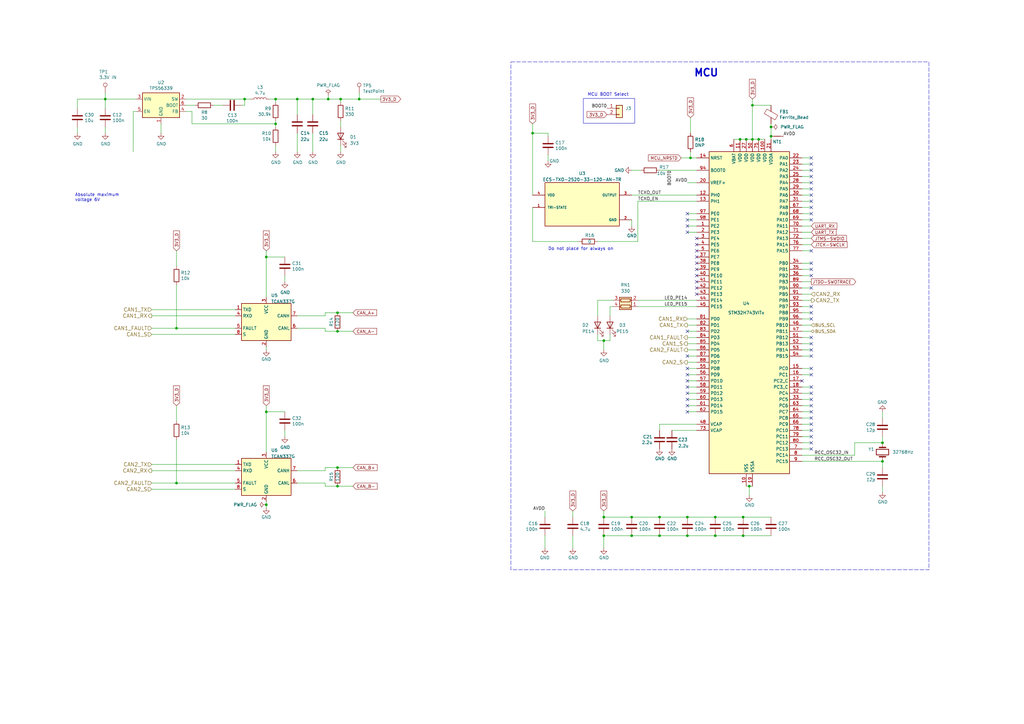
<source format=kicad_sch>
(kicad_sch (version 20231120) (generator "eeschema") (generator_version "8.0")
  (paper "A3")
  (junction (at 121.92 40.64))
  (junction (at 283.21 64.77))
  (junction (at 247.65 139.7))
  (junction (at 293.37 219.71))
  (junction (at 113.03 40.64))
  (junction (at 308.61 43.18))
  (junction (at 109.22 105.41))
  (junction (at 303.53 57.15))
  (junction (at 109.22 168.91))
  (junction (at 361.95 181.61))
  (junction (at 139.7 40.64))
  (junction (at 308.61 57.15))
  (junction (at 259.08 212.09))
  (junction (at 270.51 212.09))
  (junction (at 307.34 199.39))
  (junction (at 270.51 219.71))
  (junction (at 259.08 219.71))
  (junction (at 316.23 52.07))
  (junction (at 311.15 57.15))
  (junction (at 304.8 212.09))
  (junction (at 109.22 207.01))
  (junction (at 316.23 55.88))
  (junction (at 100.33 40.64))
  (junction (at 134.62 40.64))
  (junction (at 128.27 40.64))
  (junction (at 218.44 54.61))
  (junction (at 281.94 219.71))
  (junction (at 247.65 219.71))
  (junction (at 138.43 135.89))
  (junction (at 113.03 50.8))
  (junction (at 138.43 128.27))
  (junction (at 304.8 219.71))
  (junction (at 72.39 134.62))
  (junction (at 138.43 191.77))
  (junction (at 147.32 40.64))
  (junction (at 43.18 40.64))
  (junction (at 247.65 212.09))
  (junction (at 306.07 57.15))
  (junction (at 281.94 212.09))
  (junction (at 293.37 212.09))
  (junction (at 72.39 198.12))
  (junction (at 361.95 189.23))
  (junction (at 138.43 199.39))
  (no_connect (at 332.74 118.11))
  (no_connect (at 332.74 151.13))
  (no_connect (at 281.94 146.05))
  (no_connect (at 281.94 95.25))
  (no_connect (at 285.75 115.57))
  (no_connect (at 281.94 168.91))
  (no_connect (at 332.74 107.95))
  (no_connect (at 281.94 153.67))
  (no_connect (at 332.74 143.51))
  (no_connect (at 285.75 120.65))
  (no_connect (at 332.74 90.17))
  (no_connect (at 285.75 100.33))
  (no_connect (at 332.74 171.45))
  (no_connect (at 332.74 166.37))
  (no_connect (at 281.94 87.63))
  (no_connect (at 281.94 166.37))
  (no_connect (at 332.74 102.87))
  (no_connect (at 285.75 118.11))
  (no_connect (at 285.75 107.95))
  (no_connect (at 281.94 163.83))
  (no_connect (at 332.74 128.27))
  (no_connect (at 332.74 153.67))
  (no_connect (at 332.74 163.83))
  (no_connect (at 285.75 105.41))
  (no_connect (at 281.94 161.29))
  (no_connect (at 285.75 113.03))
  (no_connect (at 332.74 179.07))
  (no_connect (at 332.74 87.63))
  (no_connect (at 332.74 64.77))
  (no_connect (at 285.75 110.49))
  (no_connect (at 332.74 138.43))
  (no_connect (at 328.93 156.21))
  (no_connect (at 332.74 110.49))
  (no_connect (at 281.94 135.89))
  (no_connect (at 332.74 85.09))
  (no_connect (at 332.74 158.75))
  (no_connect (at 332.74 77.47))
  (no_connect (at 332.74 125.73))
  (no_connect (at 332.74 173.99))
  (no_connect (at 332.74 181.61))
  (no_connect (at 285.75 102.87))
  (no_connect (at 332.74 140.97))
  (no_connect (at 281.94 156.21))
  (no_connect (at 332.74 72.39))
  (no_connect (at 332.74 184.15))
  (no_connect (at 332.74 67.31))
  (no_connect (at 281.94 92.71))
  (no_connect (at 332.74 80.01))
  (no_connect (at 332.74 69.85))
  (no_connect (at 332.74 130.81))
  (no_connect (at 332.74 82.55))
  (no_connect (at 332.74 113.03))
  (no_connect (at 332.74 161.29))
  (no_connect (at 285.75 97.79))
  (no_connect (at 332.74 74.93))
  (no_connect (at 281.94 151.13))
  (no_connect (at 332.74 168.91))
  (no_connect (at 281.94 158.75))
  (no_connect (at 332.74 176.53))
  (no_connect (at 281.94 90.17))
  (no_connect (at 332.74 146.05))
  (wire (pts (xy 54.61 45.72) (xy 54.61 62.23)))
  (wire (pts (xy 72.39 109.22) (xy 72.39 102.87)))
  (wire (pts (xy 116.84 113.03) (xy 116.84 115.57)))
  (wire (pts (xy 116.84 105.41) (xy 109.22 105.41)))
  (wire (pts (xy 224.79 54.61) (xy 218.44 54.61)))
  (wire (pts (xy 281.94 87.63) (xy 285.75 87.63)))
  (wire (pts (xy 133.35 199.39) (xy 138.43 199.39)))
  (wire (pts (xy 76.2 43.18) (xy 80.01 43.18)))
  (wire (pts (xy 133.35 193.04) (xy 121.92 193.04)))
  (wire (pts (xy 281.94 168.91) (xy 285.75 168.91)))
  (wire (pts (xy 224.79 66.04) (xy 224.79 63.5)))
  (wire (pts (xy 133.35 135.89) (xy 138.43 135.89)))
  (wire (pts (xy 245.11 123.19) (xy 251.46 123.19)))
  (wire (pts (xy 332.74 100.33) (xy 328.93 100.33)))
  (wire (pts (xy 43.18 52.07) (xy 43.18 54.61)))
  (wire (pts (xy 332.74 113.03) (xy 328.93 113.03)))
  (wire (pts (xy 361.95 168.91) (xy 361.95 171.45)))
  (wire (pts (xy 261.62 82.55) (xy 285.75 82.55)))
  (wire (pts (xy 270.51 219.71) (xy 259.08 219.71)))
  (wire (pts (xy 218.44 50.8) (xy 218.44 54.61)))
  (wire (pts (xy 328.93 186.69) (xy 350.52 186.69)))
  (wire (pts (xy 250.19 139.7) (xy 250.19 137.16)))
  (wire (pts (xy 283.21 54.61) (xy 283.21 48.26)))
  (wire (pts (xy 281.94 74.93) (xy 285.75 74.93)))
  (wire (pts (xy 332.74 161.29) (xy 328.93 161.29)))
  (wire (pts (xy 121.92 54.61) (xy 121.92 62.23)))
  (wire (pts (xy 285.75 140.97) (xy 281.94 140.97)))
  (wire (pts (xy 328.93 133.35) (xy 332.74 133.35)))
  (wire (pts (xy 332.74 168.91) (xy 328.93 168.91)))
  (wire (pts (xy 350.52 186.69) (xy 350.52 181.61)))
  (wire (pts (xy 332.74 118.11) (xy 328.93 118.11)))
  (wire (pts (xy 259.08 212.09) (xy 270.51 212.09)))
  (wire (pts (xy 285.75 146.05) (xy 281.94 146.05)))
  (wire (pts (xy 62.23 129.54) (xy 96.52 129.54)))
  (wire (pts (xy 144.78 135.89) (xy 138.43 135.89)))
  (wire (pts (xy 285.75 173.99) (xy 270.51 173.99)))
  (wire (pts (xy 128.27 40.64) (xy 134.62 40.64)))
  (wire (pts (xy 332.74 120.65) (xy 328.93 120.65)))
  (wire (pts (xy 147.32 40.64) (xy 156.21 40.64)))
  (wire (pts (xy 113.03 40.64) (xy 121.92 40.64)))
  (wire (pts (xy 31.75 40.64) (xy 43.18 40.64)))
  (wire (pts (xy 139.7 40.64) (xy 147.32 40.64)))
  (wire (pts (xy 261.62 125.73) (xy 285.75 125.73)))
  (wire (pts (xy 144.78 128.27) (xy 138.43 128.27)))
  (wire (pts (xy 100.33 40.64) (xy 102.87 40.64)))
  (wire (pts (xy 308.61 57.15) (xy 311.15 57.15)))
  (wire (pts (xy 128.27 46.99) (xy 128.27 40.64)))
  (wire (pts (xy 281.94 212.09) (xy 293.37 212.09)))
  (wire (pts (xy 247.65 209.55) (xy 247.65 212.09)))
  (wire (pts (xy 308.61 40.64) (xy 308.61 43.18)))
  (wire (pts (xy 109.22 105.41) (xy 109.22 121.92)))
  (wire (pts (xy 332.74 69.85) (xy 328.93 69.85)))
  (wire (pts (xy 134.62 40.64) (xy 139.7 40.64)))
  (wire (pts (xy 43.18 38.1) (xy 43.18 40.64)))
  (wire (pts (xy 116.84 168.91) (xy 109.22 168.91)))
  (wire (pts (xy 259.08 80.01) (xy 285.75 80.01)))
  (wire (pts (xy 293.37 219.71) (xy 281.94 219.71)))
  (wire (pts (xy 332.74 90.17) (xy 328.93 90.17)))
  (wire (pts (xy 262.89 69.85) (xy 259.08 69.85)))
  (wire (pts (xy 72.39 198.12) (xy 72.39 180.34)))
  (wire (pts (xy 133.35 128.27) (xy 133.35 129.54)))
  (wire (pts (xy 303.53 57.15) (xy 306.07 57.15)))
  (wire (pts (xy 281.94 161.29) (xy 285.75 161.29)))
  (wire (pts (xy 281.94 151.13) (xy 285.75 151.13)))
  (wire (pts (xy 281.94 90.17) (xy 285.75 90.17)))
  (wire (pts (xy 306.07 199.39) (xy 307.34 199.39)))
  (wire (pts (xy 128.27 54.61) (xy 128.27 62.23)))
  (wire (pts (xy 328.93 85.09) (xy 332.74 85.09)))
  (wire (pts (xy 328.93 74.93) (xy 332.74 74.93)))
  (wire (pts (xy 250.19 129.54) (xy 250.19 125.73)))
  (wire (pts (xy 332.74 143.51) (xy 328.93 143.51)))
  (wire (pts (xy 304.8 219.71) (xy 293.37 219.71)))
  (wire (pts (xy 281.94 130.81) (xy 285.75 130.81)))
  (wire (pts (xy 285.75 148.59) (xy 281.94 148.59)))
  (wire (pts (xy 332.74 138.43) (xy 328.93 138.43)))
  (wire (pts (xy 133.35 199.39) (xy 133.35 198.12)))
  (wire (pts (xy 247.65 139.7) (xy 250.19 139.7)))
  (wire (pts (xy 245.11 139.7) (xy 247.65 139.7)))
  (wire (pts (xy 270.51 212.09) (xy 281.94 212.09)))
  (wire (pts (xy 281.94 143.51) (xy 285.75 143.51)))
  (wire (pts (xy 121.92 40.64) (xy 128.27 40.64)))
  (wire (pts (xy 62.23 200.66) (xy 96.52 200.66)))
  (wire (pts (xy 139.7 49.53) (xy 139.7 52.07)))
  (wire (pts (xy 332.74 72.39) (xy 328.93 72.39)))
  (wire (pts (xy 223.52 209.55) (xy 223.52 212.09)))
  (wire (pts (xy 300.99 57.15) (xy 303.53 57.15)))
  (wire (pts (xy 247.65 219.71) (xy 247.65 224.79)))
  (wire (pts (xy 332.74 153.67) (xy 328.93 153.67)))
  (wire (pts (xy 113.03 41.91) (xy 113.03 40.64)))
  (wire (pts (xy 78.74 45.72) (xy 76.2 45.72)))
  (wire (pts (xy 332.74 95.25) (xy 328.93 95.25)))
  (wire (pts (xy 133.35 135.89) (xy 133.35 134.62)))
  (wire (pts (xy 316.23 52.07) (xy 316.23 55.88)))
  (wire (pts (xy 109.22 166.37) (xy 109.22 168.91)))
  (wire (pts (xy 361.95 199.39) (xy 361.95 201.93)))
  (wire (pts (xy 332.74 184.15) (xy 328.93 184.15)))
  (wire (pts (xy 234.95 209.55) (xy 234.95 212.09)))
  (wire (pts (xy 281.94 166.37) (xy 285.75 166.37)))
  (wire (pts (xy 247.65 212.09) (xy 259.08 212.09)))
  (wire (pts (xy 234.95 219.71) (xy 234.95 224.79)))
  (wire (pts (xy 281.94 156.21) (xy 285.75 156.21)))
  (wire (pts (xy 121.92 198.12) (xy 133.35 198.12)))
  (wire (pts (xy 218.44 85.09) (xy 218.44 99.06)))
  (wire (pts (xy 332.74 125.73) (xy 328.93 125.73)))
  (wire (pts (xy 332.74 171.45) (xy 328.93 171.45)))
  (wire (pts (xy 113.03 59.69) (xy 113.03 62.23)))
  (wire (pts (xy 328.93 82.55) (xy 332.74 82.55)))
  (wire (pts (xy 285.75 133.35) (xy 281.94 133.35)))
  (wire (pts (xy 279.4 64.77) (xy 283.21 64.77)))
  (wire (pts (xy 281.94 138.43) (xy 285.75 138.43)))
  (wire (pts (xy 328.93 176.53) (xy 332.74 176.53)))
  (wire (pts (xy 133.35 129.54) (xy 121.92 129.54)))
  (wire (pts (xy 328.93 92.71) (xy 332.74 92.71)))
  (wire (pts (xy 361.95 179.07) (xy 361.95 181.61)))
  (wire (pts (xy 245.11 99.06) (xy 261.62 99.06)))
  (wire (pts (xy 100.33 40.64) (xy 76.2 40.64)))
  (wire (pts (xy 283.21 64.77) (xy 285.75 64.77)))
  (wire (pts (xy 62.23 134.62) (xy 72.39 134.62)))
  (wire (pts (xy 43.18 40.64) (xy 55.88 40.64)))
  (wire (pts (xy 316.23 55.88) (xy 316.23 57.15)))
  (wire (pts (xy 121.92 46.99) (xy 121.92 40.64)))
  (wire (pts (xy 332.74 181.61) (xy 328.93 181.61)))
  (wire (pts (xy 328.93 123.19) (xy 332.74 123.19)))
  (wire (pts (xy 332.74 64.77) (xy 328.93 64.77)))
  (wire (pts (xy 62.23 193.04) (xy 96.52 193.04)))
  (wire (pts (xy 332.74 163.83) (xy 328.93 163.83)))
  (wire (pts (xy 109.22 205.74) (xy 109.22 207.01)))
  (wire (pts (xy 218.44 99.06) (xy 237.49 99.06)))
  (wire (pts (xy 133.35 191.77) (xy 133.35 193.04)))
  (wire (pts (xy 62.23 198.12) (xy 72.39 198.12)))
  (wire (pts (xy 224.79 54.61) (xy 224.79 55.88)))
  (wire (pts (xy 245.11 139.7) (xy 245.11 137.16)))
  (wire (pts (xy 311.15 57.15) (xy 313.69 57.15)))
  (wire (pts (xy 62.23 127) (xy 96.52 127)))
  (wire (pts (xy 332.74 151.13) (xy 328.93 151.13)))
  (wire (pts (xy 270.51 69.85) (xy 285.75 69.85)))
  (wire (pts (xy 78.74 50.8) (xy 113.03 50.8)))
  (wire (pts (xy 332.74 97.79) (xy 328.93 97.79)))
  (wire (pts (xy 332.74 67.31) (xy 328.93 67.31)))
  (wire (pts (xy 139.7 59.69) (xy 139.7 62.23)))
  (wire (pts (xy 328.93 146.05) (xy 332.74 146.05)))
  (wire (pts (xy 332.74 166.37) (xy 328.93 166.37)))
  (wire (pts (xy 332.74 130.81) (xy 328.93 130.81)))
  (wire (pts (xy 100.33 43.18) (xy 100.33 40.64)))
  (wire (pts (xy 72.39 134.62) (xy 96.52 134.62)))
  (wire (pts (xy 275.59 176.53) (xy 285.75 176.53)))
  (wire (pts (xy 66.04 50.8) (xy 66.04 54.61)))
  (wire (pts (xy 54.61 45.72) (xy 55.88 45.72)))
  (wire (pts (xy 328.93 128.27) (xy 332.74 128.27)))
  (wire (pts (xy 332.74 135.89) (xy 328.93 135.89)))
  (wire (pts (xy 223.52 219.71) (xy 223.52 224.79)))
  (wire (pts (xy 245.11 123.19) (xy 245.11 129.54)))
  (wire (pts (xy 281.94 219.71) (xy 270.51 219.71)))
  (wire (pts (xy 316.23 50.8) (xy 316.23 52.07)))
  (wire (pts (xy 110.49 40.64) (xy 113.03 40.64)))
  (wire (pts (xy 43.18 44.45) (xy 43.18 40.64)))
  (wire (pts (xy 259.08 90.17) (xy 259.08 92.71)))
  (wire (pts (xy 316.23 219.71) (xy 304.8 219.71)))
  (wire (pts (xy 72.39 134.62) (xy 72.39 116.84)))
  (wire (pts (xy 138.43 128.27) (xy 133.35 128.27)))
  (wire (pts (xy 350.52 181.61) (xy 361.95 181.61)))
  (wire (pts (xy 270.51 173.99) (xy 270.51 176.53)))
  (wire (pts (xy 261.62 123.19) (xy 285.75 123.19)))
  (wire (pts (xy 62.23 190.5) (xy 96.52 190.5)))
  (wire (pts (xy 72.39 172.72) (xy 72.39 166.37)))
  (wire (pts (xy 316.23 43.18) (xy 308.61 43.18)))
  (wire (pts (xy 113.03 50.8) (xy 113.03 52.07)))
  (wire (pts (xy 332.74 110.49) (xy 328.93 110.49)))
  (wire (pts (xy 138.43 191.77) (xy 133.35 191.77)))
  (wire (pts (xy 281.94 163.83) (xy 285.75 163.83)))
  (wire (pts (xy 109.22 102.87) (xy 109.22 105.41)))
  (wire (pts (xy 328.93 87.63) (xy 332.74 87.63)))
  (wire (pts (xy 328.93 140.97) (xy 332.74 140.97)))
  (wire (pts (xy 281.94 158.75) (xy 285.75 158.75)))
  (wire (pts (xy 247.65 139.7) (xy 247.65 143.51)))
  (wire (pts (xy 281.94 153.67) (xy 285.75 153.67)))
  (wire (pts (xy 283.21 64.77) (xy 283.21 62.23)))
  (wire (pts (xy 121.92 134.62) (xy 133.35 134.62)))
  (wire (pts (xy 332.74 173.99) (xy 328.93 173.99)))
  (wire (pts (xy 332.74 80.01) (xy 328.93 80.01)))
  (wire (pts (xy 134.62 39.37) (xy 134.62 40.64)))
  (wire (pts (xy 109.22 143.51) (xy 109.22 142.24)))
  (wire (pts (xy 250.19 125.73) (xy 251.46 125.73)))
  (wire (pts (xy 78.74 45.72) (xy 78.74 50.8)))
  (wire (pts (xy 109.22 168.91) (xy 109.22 185.42)))
  (wire (pts (xy 31.75 44.45) (xy 31.75 40.64)))
  (wire (pts (xy 293.37 212.09) (xy 304.8 212.09)))
  (wire (pts (xy 72.39 198.12) (xy 96.52 198.12)))
  (wire (pts (xy 281.94 92.71) (xy 285.75 92.71)))
  (wire (pts (xy 332.74 179.07) (xy 328.93 179.07)))
  (wire (pts (xy 307.34 199.39) (xy 308.61 199.39)))
  (wire (pts (xy 361.95 189.23) (xy 361.95 191.77)))
  (wire (pts (xy 332.74 107.95) (xy 328.93 107.95)))
  (wire (pts (xy 304.8 212.09) (xy 316.23 212.09)))
  (wire (pts (xy 308.61 43.18) (xy 308.61 57.15)))
  (wire (pts (xy 307.34 199.39) (xy 307.34 203.2)))
  (wire (pts (xy 116.84 179.07) (xy 116.84 176.53)))
  (wire (pts (xy 87.63 43.18) (xy 91.44 43.18)))
  (wire (pts (xy 259.08 219.71) (xy 247.65 219.71)))
  (wire (pts (xy 261.62 82.55) (xy 261.62 99.06)))
  (wire (pts (xy 281.94 95.25) (xy 285.75 95.25)))
  (wire (pts (xy 306.07 57.15) (xy 308.61 57.15)))
  (wire (pts (xy 109.22 207.01) (xy 109.22 208.28)))
  (wire (pts (xy 147.32 38.1) (xy 147.32 40.64)))
  (wire (pts (xy 332.74 77.47) (xy 328.93 77.47)))
  (wire (pts (xy 31.75 52.07) (xy 31.75 54.61)))
  (wire (pts (xy 144.78 199.39) (xy 138.43 199.39)))
  (wire (pts (xy 144.78 191.77) (xy 138.43 191.77)))
  (wire (pts (xy 99.06 43.18) (xy 100.33 43.18)))
  (wire (pts (xy 281.94 135.89) (xy 285.75 135.89)))
  (wire (pts (xy 332.74 115.57) (xy 328.93 115.57)))
  (wire (pts (xy 332.74 102.87) (xy 328.93 102.87)))
  (wire (pts (xy 113.03 49.53) (xy 113.03 50.8)))
  (wire (pts (xy 62.23 137.16) (xy 96.52 137.16)))
  (wire (pts (xy 218.44 54.61) (xy 218.44 80.01)))
  (wire (pts (xy 332.74 158.75) (xy 328.93 158.75)))
  (wire (pts (xy 139.7 40.64) (xy 139.7 41.91)))
  (wire (pts (xy 361.95 189.23) (xy 328.93 189.23)))
  (rectangle (start 209.55 25.4) (end 381 233.68) (stroke (width 0) (type dash)))
  (rectangle (start 239.268 40.386) (end 260.35 50.546))
  (text "MCU BOOT Select" (at 249.428 38.862 0) (effects (font (size 1.27 1.27))))
  (text "Do not place for always on" (at 224.79 102.87 0) (effects (font (size 1.27 1.27)) (justify left bottom)))
  (text "MCU" (at 284.48 31.75 0) (effects (font (size 3 3) (thickness 0.6) (bold yes)) (justify left bottom)))
  (text "Absolute maximum\nvoltage 6V" (at 30.734 82.804 0) (effects (font (size 1.27 1.27)) (justify left bottom)))
  (label "AVDD" (at 223.52 209.55 180))
  (label "BOOT0" (at 248.92 44.45 180))
  (label "TCXO_EN" (at 261.62 82.55 0))
  (label "TCXO_OUT" (at 261.62 80.01 0))
  (label "RCC_OSC32_OUT" (at 334.01 189.23 0))
  (label "BOOT0" (at 275.59 69.85 270))
  (label "LED_PE15" (at 281.94 125.73 180))
  (label "LED_PE14" (at 281.94 123.19 180))
  (label "RCC_OSC32_IN" (at 334.01 186.69 0))
  (label "AVDD" (at 281.94 74.93 180))
  (label "AVDD" (at 321.31 55.88 0))
  (global_label "CAN_B+" (shape input) (at 144.78 191.77 0) (property "Intersheetrefs" "${INTERSHEET_REFS}" (effects (hide yes))))
  (global_label "UART_TX" (shape input) (at 332.74 95.25 0) (property "Intersheetrefs" "${INTERSHEET_REFS}" (effects (hide yes))))
  (global_label "3V3_D" (shape input) (at 218.44 50.8 90) (property "Intersheetrefs" "${INTERSHEET_REFS}" (effects (hide yes))))
  (global_label "JTMS-SWDIO" (shape input) (at 332.74 97.79 0) (property "Intersheetrefs" "${INTERSHEET_REFS}" (effects (hide yes))))
  (global_label "3V3_D" (shape input) (at 234.95 209.55 90) (property "Intersheetrefs" "${INTERSHEET_REFS}" (effects (hide yes))))
  (global_label "3V3_D" (shape input) (at 109.22 102.87 90) (property "Intersheetrefs" "${INTERSHEET_REFS}" (effects (hide yes))))
  (global_label "UART_RX" (shape input) (at 332.74 92.71 0) (property "Intersheetrefs" "${INTERSHEET_REFS}" (effects (hide yes))))
  (global_label "3V3_D" (shape input) (at 248.92 46.99 180) (property "Intersheetrefs" "${INTERSHEET_REFS}" (effects (hide yes))))
  (global_label "3V3_D" (shape input) (at 283.21 48.26 90) (property "Intersheetrefs" "${INTERSHEET_REFS}" (effects (hide yes))))
  (global_label "JTCK-SWCLK" (shape input) (at 332.74 100.33 0) (property "Intersheetrefs" "${INTERSHEET_REFS}" (effects (hide yes))))
  (global_label "JTDO-SWOTRACE" (shape output) (at 332.74 115.57 0) (property "Intersheetrefs" "${INTERSHEET_REFS}" (effects (hide yes))))
  (global_label "CAN_A+" (shape input) (at 144.78 128.27 0) (property "Intersheetrefs" "${INTERSHEET_REFS}" (effects (hide yes))))
  (global_label "3V3_D" (shape output) (at 156.21 40.64 0) (property "Intersheetrefs" "${INTERSHEET_REFS}" (effects (hide yes))))
  (global_label "3V3_D" (shape input) (at 72.39 102.87 90) (property "Intersheetrefs" "${INTERSHEET_REFS}" (effects (hide yes))))
  (global_label "CAN_B-" (shape input) (at 144.78 199.39 0) (property "Intersheetrefs" "${INTERSHEET_REFS}" (effects (hide yes))))
  (global_label "CAN_A-" (shape input) (at 144.78 135.89 0) (property "Intersheetrefs" "${INTERSHEET_REFS}" (effects (hide yes))))
  (global_label "3V3_D" (shape input) (at 109.22 166.37 90) (property "Intersheetrefs" "${INTERSHEET_REFS}" (effects (hide yes))))
  (global_label "3V3_D" (shape input) (at 247.65 209.55 90) (property "Intersheetrefs" "${INTERSHEET_REFS}" (effects (hide yes))))
  (global_label "3V3_D" (shape input) (at 72.39 166.37 90) (property "Intersheetrefs" "${INTERSHEET_REFS}" (effects (hide yes))))
  (global_label "MCU_NRSTD" (shape input) (at 279.4 64.77 180) (property "Intersheetrefs" "${INTERSHEET_REFS}" (effects (hide yes))))
  (global_label "3V3_D" (shape input) (at 308.61 40.64 90) (property "Intersheetrefs" "${INTERSHEET_REFS}" (effects (hide yes))))
  (hierarchical_label "CAN2_TX" (shape output) (at 332.74 123.19 0) (effects (font (size 1.524 1.524))))
  (hierarchical_label "CAN2_FAULT" (shape input) (at 62.23 198.12 180) (effects (font (size 1.524 1.524))))
  (hierarchical_label "CAN2_FAULT" (shape output) (at 281.94 143.51 180) (effects (font (size 1.524 1.524))))
  (hierarchical_label "CAN1_S" (shape input) (at 62.23 137.16 180) (effects (font (size 1.524 1.524))))
  (hierarchical_label "CAN2_TX" (shape input) (at 62.23 190.5 180) (effects (font (size 1.524 1.524))))
  (hierarchical_label "CAN2_S" (shape output) (at 281.94 148.59 180) (effects (font (size 1.524 1.524))))
  (hierarchical_label "CAN2_S" (shape input) (at 62.23 200.66 180) (effects (font (size 1.524 1.524))))
  (hierarchical_label "CAN1_RX" (shape output) (at 62.23 129.54 180) (effects (font (size 1.524 1.524))))
  (hierarchical_label "CAN1_RX" (shape input) (at 281.94 130.81 180) (effects (font (size 1.524 1.524))))
  (hierarchical_label "CAN1_TX" (shape input) (at 62.23 127 180) (effects (font (size 1.524 1.524))))
  (hierarchical_label "CAN1_TX" (shape output) (at 281.94 133.35 180) (effects (font (size 1.524 1.524))))
  (hierarchical_label "CAN2_RX" (shape output) (at 62.23 193.04 180) (effects (font (size 1.524 1.524))))
  (hierarchical_label "BUS_SCL" (shape input) (at 332.74 133.35 0))
  (hierarchical_label "CAN1_FAULT" (shape output) (at 281.94 138.43 180) (effects (font (size 1.524 1.524))))
  (hierarchical_label "CAN1_S" (shape output) (at 281.94 140.97 180) (effects (font (size 1.524 1.524))))
  (hierarchical_label "CAN2_RX" (shape input) (at 332.74 120.65 0) (effects (font (size 1.524 1.524))))
  (hierarchical_label "BUS_SDA" (shape bidirectional) (at 332.74 135.89 0))
  (hierarchical_label "CAN1_FAULT" (shape input) (at 62.23 134.62 180) (effects (font (size 1.524 1.524))))
  (symbol (lib_id "Device:R") (at 72.39 176.53 0) (unit 1)
    (property "Reference" "R13" (at 74.168 175.3616 0) (effects (justify left)))
    (property "Value" "10k" (at 74.168 177.673 0) (effects (justify left)))
    (property "Footprint" "Resistor_SMD:R_0603_1608Metric_Pad0.98x0.95mm_HandSolder" (effects (hide yes)))
    (property "PartNumber" "CRCW060310K0FKECC" (effects (hide yes)))
    (property "Variant" "Full CAN" (effects (hide yes)))
  )
  (symbol (lib_id "Device:R") (at 283.21 58.42 0) (unit 1)
    (property "Reference" "R18" (at 284.988 57.2516 0) (effects (justify left)))
    (property "Value" "DNP" (at 284.988 59.563 0) (effects (justify left)))
    (property "Footprint" "Resistor_SMD:R_0402_1005Metric" (effects (hide yes)))
    (property "PartNumber" "CRCW040210K0FKEDC" (effects (hide yes)))
  )
  (symbol (lib_id "power:PWR_FLAG") (at 134.62 39.37 0) (unit 1)
    (property "Reference" "#FLG02" (effects (hide yes)))
    (property "Value" "PWR_FLAG" (at 134.62 34.9758 0))
  )
  (symbol (lib_id "power:GND") (at 109.22 143.51 0) (unit 1)
    (property "Reference" "#PWR035" (effects (hide yes)))
    (property "Value" "GND" (at 109.22 147.32 0))
  )
  (symbol (lib_id "power:GND") (at 361.95 201.93 0) (unit 1)
    (property "Reference" "#PWR034" (effects (hide yes)))
    (property "Value" "GND" (at 362.0516 205.867 0))
  )
  (symbol (lib_id "power:GND") (at 247.65 143.51 0) (unit 1)
    (property "Reference" "#PWR026" (effects (hide yes)))
    (property "Value" "GND" (at 247.777 147.9042 0))
  )
  (symbol (lib_id "lsf-kicad:TPS56339DDC") (at 66.04 43.18 0) (unit 1) (exclude_from_sim yes)
    (property "Reference" "U2" (at 66.04 33.8582 0))
    (property "Value" "TPS56339" (at 66.04 36.1696 0))
    (property "Footprint" "Package_TO_SOT_SMD:SOT-23-6" (effects (hide yes)))
    (property "Datasheet" "https://www.ti.com/lit/ds/symlink/tps56339.pdf" (effects (hide yes)))
    (property "PartNumber" "TPS56339DDCR" (effects (hide yes)))
  )
  (symbol (lib_id "power:GND") (at 109.22 208.28 0) (unit 1)
    (property "Reference" "#PWR036" (effects (hide yes)))
    (property "Value" "GND" (at 109.22 212.09 0))
  )
  (symbol (lib_id "Device:R_Pack02") (at 256.54 123.19 90) (unit 1) (exclude_from_sim yes)
    (property "Reference" "RN1" (at 256.54 116.84 90))
    (property "Value" "330" (at 256.54 119.38 90))
    (property "Footprint" "Resistor_SMD:R_Array_Convex_2x0402" (effects (hide yes)))
    (property "Mnf." "Panasonic" (effects (hide yes)))
    (property "PartNumber" "EXB-24V331JX" (effects (hide yes)))
  )
  (symbol (lib_id "Device:C") (at 116.84 172.72 0) (unit 1)
    (property "Reference" "C32" (at 119.761 171.5516 0) (effects (justify left)))
    (property "Value" "100n" (at 119.761 173.863 0) (effects (justify left)))
    (property "Footprint" "Capacitor_SMD:C_0603_1608Metric" (effects (hide yes)))
    (property "PartNumber" "C0603C104K9RACTU" (effects (hide yes)))
    (property "Variant" "Full CAN" (effects (hide yes)))
  )
  (symbol (lib_id "power:PWR_FLAG") (at 316.23 52.07 270) (unit 1)
    (property "Reference" "#FLG03" (effects (hide yes)))
    (property "Value" "PWR_FLAG" (at 320.04 52.07 90) (effects (justify left)))
  )
  (symbol (lib_id "Device:R") (at 113.03 45.72 180) (unit 1)
    (property "Reference" "R9" (at 111.2774 44.5516 0) (effects (justify left)))
    (property "Value" "30.9k" (at 111.2774 46.863 0) (effects (justify left)))
    (property "Footprint" "Resistor_SMD:R_0603_1608Metric" (effects (hide yes)))
    (property "PartNumber" "ERJ-U03F3092V" (effects (hide yes)))
  )
  (symbol (lib_id "power:GND") (at 139.7 62.23 0) (unit 1)
    (property "Reference" "#PWR022" (effects (hide yes)))
    (property "Value" "GND" (at 139.827 66.6242 0))
  )
  (symbol (lib_id "power:GND") (at 234.95 224.79 0) (unit 1)
    (property "Reference" "#PWR025" (effects (hide yes)))
    (property "Value" "GND" (at 235.0516 228.727 0))
  )
  (symbol (lib_id "Device:C") (at 116.84 109.22 0) (unit 1)
    (property "Reference" "C31" (at 119.761 108.0516 0) (effects (justify left)))
    (property "Value" "100n" (at 119.761 110.363 0) (effects (justify left)))
    (property "Footprint" "Capacitor_SMD:C_0603_1608Metric" (effects (hide yes)))
    (property "PartNumber" "C0603C104K9RACTU" (effects (hide yes)))
    (property "Variant" "Full CAN" (effects (hide yes)))
  )
  (symbol (lib_id "Device:C") (at 304.8 215.9 0) (unit 1)
    (property "Reference" "C26" (at 307.721 214.7316 0) (effects (justify left)))
    (property "Value" "100n" (at 307.721 217.043 0) (effects (justify left)))
    (property "Footprint" "Capacitor_SMD:C_0402_1005Metric" (effects (hide yes)))
    (property "Description" "100nF,10%,16V,X7R,0402" (effects (hide yes)))
    (property "PartNumber" "C0402C104K4RACTU" (effects (hide yes)))
    (property "Mnf." "KEMET" (effects (hide yes)))
  )
  (symbol (lib_id "Interface_CAN_LIN:TCAN337G") (at 109.22 195.58 0) (unit 1) (exclude_from_sim yes)
    (property "Reference" "U6" (at 111.1759 184.658 0) (effects (justify left)))
    (property "Value" "TCAN337G" (at 111.1759 187.198 0) (effects (justify left)))
    (property "Footprint" "Package_TO_SOT_SMD:SOT-23-8" (effects (hide yes)))
    (property "Datasheet" "http://www.ti.com/lit/ds/symlink/tcan337.pdf" (effects (hide yes)))
  )
  (symbol (lib_id "Device:FerriteBead") (at 316.23 46.99 0) (unit 1) (exclude_from_sim yes)
    (property "Reference" "FB1" (at 319.7098 45.8216 0) (effects (justify left)))
    (property "Value" "Ferrite_Bead" (at 319.7098 48.133 0) (effects (justify left)))
    (property "Footprint" "Inductor_SMD:L_0603_1608Metric" (effects (hide yes)))
    (property "PartNumber" "MMZ1608R601ATD25" (effects (hide yes)))
  )
  (symbol (lib_id "Device:C") (at 293.37 215.9 0) (unit 1)
    (property "Reference" "C25" (at 296.291 214.7316 0) (effects (justify left)))
    (property "Value" "100n" (at 296.291 217.043 0) (effects (justify left)))
    (property "Footprint" "Capacitor_SMD:C_0402_1005Metric" (effects (hide yes)))
    (property "Description" "100nF,10%,16V,X7R,0402" (effects (hide yes)))
    (property "PartNumber" "C0402C104K4RACTU" (effects (hide yes)))
    (property "Mnf." "KEMET" (effects (hide yes)))
  )
  (symbol (lib_id "Device:C") (at 31.75 48.26 0) (unit 1)
    (property "Reference" "C30" (at 34.671 47.0916 0) (effects (justify left)))
    (property "Value" "10u" (at 34.671 49.403 0) (effects (justify left)))
    (property "Footprint" "Capacitor_SMD:C_0805_2012Metric" (effects (hide yes)))
    (property "Description" "ESR 4.639mOhm" (effects (hide yes)))
    (property "PartNumber" "EMK212BB7106KG-T" (effects (hide yes)))
    (property "Mnf." "Taiyo Yuden" (effects (hide yes)))
  )
  (symbol (lib_id "power:GND") (at 66.04 54.61 0) (unit 1)
    (property "Reference" "#PWR018" (effects (hide yes)))
    (property "Value" "GND" (at 66.167 59.0042 0))
  )
  (symbol (lib_id "Device:C") (at 121.92 50.8 180) (unit 1)
    (property "Reference" "C14" (at 123.19 54.61 0) (effects (justify right)))
    (property "Value" "22u" (at 123.19 57.15 0) (effects (justify right)))
    (property "Footprint" "Capacitor_SMD:C_0805_2012Metric" (effects (hide yes)))
    (property "PartNumber" "GRM21BR61A226ME44L" (effects (hide yes)))
  )
  (symbol (lib_id "Device:LED") (at 139.7 55.88 90) (unit 1) (exclude_from_sim yes)
    (property "Reference" "D1" (at 143.51 56.1974 90) (effects (justify right)))
    (property "Value" "3V3" (at 143.51 58.7374 90) (effects (justify right)))
    (property "Footprint" "LED_SMD:LED_0402_1005Metric" (effects (hide yes)))
    (property "PartNumber" "APHHS1005LQBC/D-V" (effects (hide yes)))
  )
  (symbol (lib_id "Device:R") (at 113.03 55.88 180) (unit 1)
    (property "Reference" "R10" (at 111.252 54.7116 0) (effects (justify left)))
    (property "Value" "10k" (at 111.252 57.023 0) (effects (justify left)))
    (property "Footprint" "Resistor_SMD:R_0603_1608Metric" (effects (hide yes)))
    (property "PartNumber" "CRCW060310K0FKECC" (effects (hide yes)))
  )
  (symbol (lib_id "Device:C") (at 361.95 195.58 0) (mirror y) (unit 1)
    (property "Reference" "C29" (at 359.029 194.4116 0) (effects (justify left)))
    (property "Value" "12p" (at 359.029 196.723 0) (effects (font (italic yes)) (justify left)))
    (property "Footprint" "Capacitor_SMD:C_0402_1005Metric" (effects (hide yes)))
    (property "PartNumber" "CBR04C120F3GAC" (effects (hide yes)))
  )
  (symbol (lib_id "Device:LED") (at 245.11 133.35 90) (unit 1) (exclude_from_sim yes)
    (property "Reference" "D2" (at 238.76 133.35 90) (effects (justify right)))
    (property "Value" "PE14" (at 238.76 135.89 90) (effects (justify right)))
    (property "Footprint" "LED_SMD:LED_0402_1005Metric" (effects (hide yes)))
    (property "PartNumber" "FHA1105P-TR" (effects (hide yes)))
  )
  (symbol (lib_id "Interface_CAN_LIN:TCAN337G") (at 109.22 132.08 0) (unit 1) (exclude_from_sim yes)
    (property "Reference" "U5" (at 111.1759 121.158 0) (effects (justify left)))
    (property "Value" "TCAN337G" (at 111.1759 123.698 0) (effects (justify left)))
    (property "Footprint" "Package_TO_SOT_SMD:SOT-23-8" (effects (hide yes)))
    (property "Datasheet" "http://www.ti.com/lit/ds/symlink/tcan337.pdf" (effects (hide yes)))
  )
  (symbol (lib_id "power:GND") (at 121.92 62.23 0) (unit 1)
    (property "Reference" "#PWR020" (effects (hide yes)))
    (property "Value" "GND" (at 122.047 66.6242 0))
  )
  (symbol (lib_id "power:GND") (at 223.52 224.79 0) (mirror y) (unit 1)
    (property "Reference" "#PWR023" (effects (hide yes)))
    (property "Value" "GND" (at 223.4184 228.727 0))
  )
  (symbol (lib_id "Device:C") (at 95.25 43.18 270) (unit 1)
    (property "Reference" "C13" (at 95.25 47.244 90))
    (property "Value" "100n" (at 95.25 49.5554 90))
    (property "Footprint" "Capacitor_SMD:C_0805_2012Metric" (effects (hide yes)))
    (property "PartNumber" "C0805C104M5RACTU" (effects (hide yes)))
  )
  (symbol (lib_id "Device:C") (at 259.08 215.9 0) (unit 1)
    (property "Reference" "C20" (at 262.001 214.7316 0) (effects (justify left)))
    (property "Value" "100n" (at 262.001 217.043 0) (effects (justify left)))
    (property "Footprint" "Capacitor_SMD:C_0402_1005Metric" (effects (hide yes)))
    (property "Description" "100nF,10%,16V,X7R,0402" (effects (hide yes)))
    (property "PartNumber" "C0402C104K4RACTU" (effects (hide yes)))
    (property "Mnf." "KEMET" (effects (hide yes)))
  )
  (symbol (lib_id "power:GND") (at 361.95 168.91 180) (unit 1)
    (property "Reference" "#PWR033" (effects (hide yes)))
    (property "Value" "GND" (at 361.8484 164.973 0))
  )
  (symbol (lib_id "Device:Crystal") (at 361.95 185.42 90) (mirror x) (unit 1) (exclude_from_sim yes)
    (property "Reference" "Y1" (at 358.6226 184.2516 90) (effects (justify left)))
    (property "Value" "32768Hz" (at 374.65 185.42 90) (effects (justify left)))
    (property "Footprint" "Crystal:Crystal_SMD_3215-2Pin_3.2x1.5mm" (effects (hide yes)))
    (property "PartNumber" "ABS07-32.768KHZ-7-T" (effects (hide yes)))
  )
  (symbol (lib_id "power:GND") (at 247.65 224.79 0) (unit 1)
    (property "Reference" "#PWR027" (effects (hide yes)))
    (property "Value" "GND" (at 247.7516 228.727 0))
  )
  (symbol (lib_id "Device:R") (at 266.7 69.85 90) (unit 1)
    (property "Reference" "R17" (at 274.32 68.58 90) (effects (justify left)))
    (property "Value" "10k" (at 273.05 71.12 90) (effects (justify left)))
    (property "Footprint" "Resistor_SMD:R_0402_1005Metric" (effects (hide yes)))
    (property "PartNumber" "CRCW040210K0FKEDC" (effects (hide yes)))
  )
  (symbol (lib_id "Device:R") (at 138.43 195.58 0) (unit 1)
    (property "Reference" "R15" (at 135.89 195.58 90))
    (property "Value" "120" (at 138.43 195.58 90))
    (property "Footprint" "Resistor_SMD:R_0603_1608Metric_Pad0.98x0.95mm_HandSolder" (effects (hide yes)))
    (property "PartNumber" "ERJ-3EKF1200V" (effects (hide yes)))
    (property "Comment" "Place only on terminal devices" (effects (hide yes)))
    (property "Variant" "Full CAN" (effects (hide yes)))
  )
  (symbol (lib_id "power:GND") (at 31.75 54.61 0) (unit 1)
    (property "Reference" "#PWR016" (effects (hide yes)))
    (property "Value" "GND" (at 31.877 59.0042 0))
  )
  (symbol (lib_id "Device:LED") (at 250.19 133.35 90) (unit 1) (exclude_from_sim yes)
    (property "Reference" "D3" (at 255.27 133.35 90))
    (property "Value" "PE15" (at 255.27 135.89 90))
    (property "Footprint" "LED_SMD:LED_0402_1005Metric" (effects (hide yes)))
    (property "PartNumber" "FHA1105P-TR" (effects (hide yes)))
  )
  (symbol (lib_id "Device:L") (at 106.68 40.64 90) (unit 1)
    (property "Reference" "L3" (at 106.68 35.814 90))
    (property "Value" "4.7u" (at 106.68 38.1254 90))
    (property "Footprint" "Inductor_SMD:L_Bourns_SRN6045TA" (effects (hide yes)))
    (property "PartNumber" "SRN6045-4R7Y" (effects (hide yes)))
  )
  (symbol (lib_id "power:GND") (at 113.03 62.23 0) (unit 1)
    (property "Reference" "#PWR019" (effects (hide yes)))
    (property "Value" "GND" (at 113.157 66.6242 0))
  )
  (symbol (lib_id "Connector:TestPoint") (at 43.18 38.1 0) (unit 1) (exclude_from_sim yes) (in_bom no)
    (property "Reference" "TP1" (at 40.64 29.4386 0) (effects (justify left)))
    (property "Value" "3.3V IN" (at 40.64 31.75 0) (effects (justify left)))
    (property "Footprint" "lsf-kicad-lib:TestPoint_D0.8mm_Mask-Only" (effects (hide yes)))
  )
  (symbol (lib_id "Device:R") (at 139.7 45.72 0) (unit 1)
    (property "Reference" "R11" (at 141.478 44.5516 0) (effects (justify left)))
    (property "Value" "330" (at 141.478 46.863 0) (effects (justify left)))
    (property "Footprint" "Resistor_SMD:R_0402_1005Metric" (effects (hide yes)))
    (property "PartNumber" "ERA-2AED331X" (effects (hide yes)))
  )
  (symbol (lib_id "Device:C") (at 223.52 215.9 0) (mirror y) (unit 1)
    (property "Reference" "C16" (at 220.599 214.7316 0) (effects (justify left)))
    (property "Value" "100n" (at 220.599 217.043 0) (effects (justify left)))
    (property "Footprint" "Capacitor_SMD:C_0402_1005Metric" (effects (hide yes)))
    (property "Description" "100nF,10%,16V,X7R,0402" (effects (hide yes)))
    (property "PartNumber" "C0402C104K4RACTU" (effects (hide yes)))
    (property "Mnf." "KEMET" (effects (hide yes)))
  )
  (symbol (lib_id "Device:C") (at 281.94 215.9 0) (unit 1)
    (property "Reference" "C24" (at 284.861 214.7316 0) (effects (justify left)))
    (property "Value" "100n" (at 284.861 217.043 0) (effects (justify left)))
    (property "Footprint" "Capacitor_SMD:C_0402_1005Metric" (effects (hide yes)))
    (property "Description" "100nF,10%,16V,X7R,0402" (effects (hide yes)))
    (property "PartNumber" "C0402C104K4RACTU" (effects (hide yes)))
    (property "Mnf." "KEMET" (effects (hide yes)))
  )
  (symbol (lib_id "Device:R") (at 241.3 99.06 90) (unit 1)
    (property "Reference" "R16" (at 243.84 96.52 90) (effects (justify left)))
    (property "Value" "0" (at 242.57 99.06 90) (effects (justify left)))
    (property "Footprint" "Resistor_SMD:R_0402_1005Metric" (effects (hide yes)))
    (property "PartNumber" "RC0402JR-7D0RL" (effects (hide yes)))
  )
  (symbol (lib_id "power:GND") (at 224.79 66.04 0) (unit 1)
    (property "Reference" "#PWR024" (effects (hide yes)))
    (property "Value" "GND" (at 227.33 66.04 0))
  )
  (symbol (lib_id "Device:C") (at 234.95 215.9 0) (unit 1)
    (property "Reference" "C18" (at 237.871 214.7316 0) (effects (justify left)))
    (property "Value" "4.7u" (at 237.871 217.043 0) (effects (justify left)))
    (property "Footprint" "Capacitor_SMD:C_1206_3216Metric" (effects (hide yes)))
    (property "Description" "Tantalium, X5R" (effects (hide yes)))
    (property "PartNumber" "TAJA475K016R" (effects (hide yes)))
  )
  (symbol (lib_id "Device:C") (at 270.51 215.9 0) (unit 1)
    (property "Reference" "C22" (at 273.431 214.7316 0) (effects (justify left)))
    (property "Value" "100n" (at 273.431 217.043 0) (effects (justify left)))
    (property "Footprint" "Capacitor_SMD:C_0402_1005Metric" (effects (hide yes)))
    (property "Description" "100nF,10%,16V,X7R,0402" (effects (hide yes)))
    (property "PartNumber" "C0402C104K4RACTU" (effects (hide yes)))
    (property "Mnf." "KEMET" (effects (hide yes)))
  )
  (symbol (lib_id "Connector:TestPoint") (at 147.32 38.1 0) (unit 1) (exclude_from_sim yes) (in_bom no)
    (property "Reference" "TP5" (at 148.7932 35.1028 0) (effects (justify left)))
    (property "Value" "TestPoint" (at 148.7932 37.4142 0) (effects (justify left)))
    (property "Footprint" "lsf-kicad-lib:TestPoint_D0.8mm_Mask-Only" (effects (hide yes)))
  )
  (symbol (lib_id "Device:R") (at 72.39 113.03 0) (unit 1)
    (property "Reference" "R12" (at 74.168 111.8616 0) (effects (justify left)))
    (property "Value" "10k" (at 74.168 114.173 0) (effects (justify left)))
    (property "Footprint" "Resistor_SMD:R_0603_1608Metric_Pad0.98x0.95mm_HandSolder" (effects (hide yes)))
    (property "PartNumber" "CRCW060310K0FKECC" (effects (hide yes)))
    (property "Variant" "Full CAN" (effects (hide yes)))
  )
  (symbol (lib_id "Device:NetTie_2") (at 318.77 55.88 180) (unit 1) (exclude_from_sim yes) (in_bom no)
    (property "Reference" "NT1" (at 318.77 58.1406 0))
    (property "Value" "Net-Tie_2" (effects (hide yes)))
    (property "Footprint" "NetTie:NetTie-2_SMD_Pad0.5mm" (effects (hide yes)))
  )
  (symbol (lib_id "Device:R") (at 138.43 132.08 0) (unit 1)
    (property "Reference" "R14" (at 135.89 132.08 90))
    (property "Value" "120" (at 138.43 132.08 90))
    (property "Footprint" "Resistor_SMD:R_0603_1608Metric_Pad0.98x0.95mm_HandSolder" (effects (hide yes)))
    (property "PartNumber" "ERJ-3EKF1200V" (effects (hide yes)))
    (property "Comment" "Place only on terminal devices" (effects (hide yes)))
    (property "Variant" "Full CAN" (effects (hide yes)))
  )
  (symbol (lib_id "power:GND") (at 307.34 203.2 0) (unit 1)
    (property "Reference" "#PWR032" (effects (hide yes)))
    (property "Value" "GND" (at 307.4416 207.137 0))
  )
  (symbol (lib_id "power:GND") (at 275.59 184.15 0) (unit 1)
    (property "Reference" "#PWR031" (effects (hide yes)))
    (property "Value" "GND" (at 275.6916 188.087 0))
  )
  (symbol (lib_id "power:GND") (at 43.18 54.61 0) (unit 1)
    (property "Reference" "#PWR017" (effects (hide yes)))
    (property "Value" "GND" (at 43.307 59.0042 0))
  )
  (symbol (lib_id "Device:C") (at 270.51 180.34 180) (unit 1)
    (property "Reference" "C21" (at 267.6144 179.1716 0) (effects (justify left)))
    (property "Value" "2.2u" (at 267.6144 181.483 0) (effects (justify left)))
    (property "Footprint" "Capacitor_SMD:C_1206_3216Metric" (effects (hide yes)))
    (property "Description" "10%,16V,X7S" (effects (hide yes)))
    (property "PartNumber" "CC1206KKX7R7BB225" (effects (hide yes)))
  )
  (symbol (lib_id "Device:C") (at 275.59 180.34 180) (unit 1)
    (property "Reference" "C23" (at 278.13 180.34 0) (effects (justify right)))
    (property "Value" "2.2u" (at 278.13 182.88 0) (effects (justify right)))
    (property "Footprint" "Capacitor_SMD:C_1206_3216Metric" (effects (hide yes)))
    (property "Description" "10%,16V,X7S" (effects (hide yes)))
    (property "PartNumber" "CC1206KKX7R7BB225" (effects (hide yes)))
  )
  (symbol (lib_id "power:GND") (at 270.51 184.15 0) (unit 1)
    (property "Reference" "#PWR030" (effects (hide yes)))
    (property "Value" "GND" (at 270.6116 188.087 0))
  )
  (symbol (lib_id "power:GND") (at 116.84 179.07 0) (unit 1)
    (property "Reference" "#PWR038" (effects (hide yes)))
    (property "Value" "GND" (at 116.967 183.4642 0))
  )
  (symbol (lib_id "Device:C") (at 361.95 175.26 0) (mirror y) (unit 1)
    (property "Reference" "C28" (at 359.029 174.0916 0) (effects (justify left)))
    (property "Value" "12p" (at 359.029 176.403 0) (effects (justify left)))
    (property "Footprint" "Capacitor_SMD:C_0402_1005Metric" (effects (hide yes)))
    (property "PartNumber" "CBR04C120F3GAC" (effects (hide yes)))
  )
  (symbol (lib_id "MCU_ST_STM32H7:STM32H743VITx") (at 306.07 128.27 0) (unit 1) (exclude_from_sim yes)
    (property "Reference" "U4" (at 306.07 124.46 0))
    (property "Value" "STM32H743VITx" (at 306.07 128.27 0))
    (property "Footprint" "Package_QFP:LQFP-100_14x14mm_P0.5mm" (effects (hide yes)))
    (property "Datasheet" "https://www.st.com/resource/en/datasheet/stm32h743vi.pdf" (effects (hide yes)))
    (property "PartNumber" "STM32H743VIT6" (effects (hide yes)))
  )
  (symbol (lib_id "Connector_Generic:Conn_01x02") (at 254 44.45 0) (unit 1)
    (property "Reference" "J3" (at 256.54 44.4499 0) (effects (justify left)))
    (property "Value" "Conn_01x02" (effects (hide yes)))
    (property "Footprint" "Connector_PinHeader_2.54mm:PinHeader_1x02_P2.54mm_Vertical" (effects (hide yes)))
    (property "Description" "Generic connector, single row, 01x02, script generated (kicad-library-utils/schlib/autogen/connector/)" (effects (hide yes)))
  )
  (symbol (lib_id "ECS-TXO-2520-33-120-AN-TR:ECS-TXO-2520-33-120-AN-TR") (at 238.76 82.55 0) (unit 1)
    (property "Reference" "U3" (at 238.76 71.12 0))
    (property "Value" "ECS-TXO-2520-33-120-AN-TR" (at 238.76 73.66 0))
    (property "Footprint" "ECS-TXO:OSC_ECS-TXO-2520-33-120-AN-TR" (effects (hide yes)))
    (property "Description" "\n12 MHz TCXO HCMOS Oscillator 3.3V Enable/Disable 4-SMD, No Lead\n" (effects (hide yes)))
    (property "MF" "ECS Inc." (effects (hide yes)))
    (property "Package" "SMD-4 ECS Inc." (effects (hide yes)))
    (property "Price" "None" (effects (hide yes)))
    (property "Check_prices" "https://www.snapeda.com/parts/ECS-TXO-2520-33-120-AN-TR/ECS+Inc./view-part/?ref=eda" (effects (hide yes)))
    (property "STANDARD" "Manufcaturer Recommendations" (effects (hide yes)))
    (property "PARTREV" "2017" (effects (hide yes)))
    (property "SnapEDA_Link" "https://www.snapeda.com/parts/ECS-TXO-2520-33-120-AN-TR/ECS+Inc./view-part/?ref=snap" (effects (hide yes)))
    (property "MP" "ECS-TXO-2520-33-120-AN-TR" (effects (hide yes)))
    (property "Purchase-URL" "https://www.snapeda.com/api/url_track_click_mouser/?unipart_id=592577&manufacturer=ECS Inc.&part_name=ECS-TXO-2520-33-120-AN-TR&search_term=None" (effects (hide yes)))
    (property "Availability" "In Stock" (effects (hide yes)))
    (property "MANUFACTURER" "ECS INC" (effects (hide yes)))
  )
  (symbol (lib_id "power:GND") (at 128.27 62.23 0) (unit 1)
    (property "Reference" "#PWR021" (effects (hide yes)))
    (property "Value" "GND" (at 128.397 66.6242 0))
  )
  (symbol (lib_id "Device:C") (at 224.79 59.69 0) (unit 1)
    (property "Reference" "C17" (at 227.711 58.5216 0) (effects (justify left)))
    (property "Value" "100n" (at 227.711 60.833 0) (effects (justify left)))
    (property "Footprint" "Capacitor_SMD:C_0402_1005Metric" (effects (hide yes)))
    (property "PartNumber" "C0402C104K4RACTU" (effects (hide yes)))
    (property "Mnf." "KEMET" (effects (hide yes)))
  )
  (symbol (lib_id "Device:R") (at 83.82 43.18 270) (unit 1)
    (property "Reference" "R8" (at 83.82 46.101 90))
    (property "Value" "30" (at 83.82 48.4124 90))
    (property "Footprint" "Resistor_SMD:R_0603_1608Metric" (effects (hide yes)))
    (property "PartNumber" "RC0603FR-0730RL" (effects (hide yes)))
  )
  (symbol (lib_id "Device:C") (at 316.23 215.9 0) (unit 1)
    (property "Reference" "C27" (at 319.151 214.7316 0) (effects (justify left)))
    (property "Value" "100n" (at 319.151 217.043 0) (effects (justify left)))
    (property "Footprint" "Capacitor_SMD:C_0402_1005Metric" (effects (hide yes)))
    (property "Description" "100nF,10%,16V,X7R,0402" (effects (hide yes)))
    (property "PartNumber" "C0402C104K4RACTU" (effects (hide yes)))
    (property "Mnf." "KEMET" (effects (hide yes)))
  )
  (symbol (lib_id "Device:C") (at 247.65 215.9 0) (unit 1)
    (property "Reference" "C19" (at 250.571 214.7316 0) (effects (justify left)))
    (property "Value" "100n" (at 250.571 217.043 0) (effects (justify left)))
    (property "Footprint" "Capacitor_SMD:C_0402_1005Metric" (effects (hide yes)))
    (property "Description" "100nF,10%,16V,X7R,0402" (effects (hide yes)))
    (property "PartNumber" "C0402C104K4RACTU" (effects (hide yes)))
    (property "Mnf." "KEMET" (effects (hide yes)))
  )
  (symbol (lib_id "power:PWR_FLAG") (at 109.22 207.01 90) (unit 1)
    (property "Reference" "#FLG04" (effects (hide yes)))
    (property "Value" "PWR_FLAG" (at 105.41 207.01 90) (effects (justify left)))
  )
  (symbol (lib_id "power:GND") (at 116.84 115.57 0) (unit 1)
    (property "Reference" "#PWR037" (effects (hide yes)))
    (property "Value" "GND" (at 116.967 119.9642 0))
  )
  (symbol (lib_id "Device:C") (at 43.18 48.26 0) (unit 1)
    (property "Reference" "C12" (at 46.101 47.0916 0) (effects (justify left)))
    (property "Value" "100n" (at 46.101 49.403 0) (effects (justify left)))
    (property "Footprint" "Capacitor_SMD:C_0805_2012Metric" (effects (hide yes)))
    (property "Description" "ESR 4.639mOhm" (effects (hide yes)))
    (property "PartNumber" "C0805C104M5RACTU" (effects (hide yes)))
  )
  (symbol (lib_id "Device:C") (at 128.27 50.8 180) (unit 1)
    (property "Reference" "C15" (at 130.81 54.61 0) (effects (justify right)))
    (property "Value" "22u" (at 130.81 57.15 0) (effects (justify right)))
    (property "Footprint" "Capacitor_SMD:C_0805_2012Metric" (effects (hide yes)))
    (property "PartNumber" "GRM21BR61A226ME44L" (effects (hide yes)))
  )
  (symbol (lib_id "power:GND") (at 259.08 69.85 270) (unit 1)
    (property "Reference" "#PWR028" (effects (hide yes)))
    (property "Value" "GND" (at 254 69.85 90))
  )
  (symbol (lib_id "power:GND") (at 259.08 92.71 0) (unit 1)
    (property "Reference" "#PWR029" (effects (hide yes)))
    (property "Value" "GND" (at 259.1816 96.647 0))
  )
)
</source>
